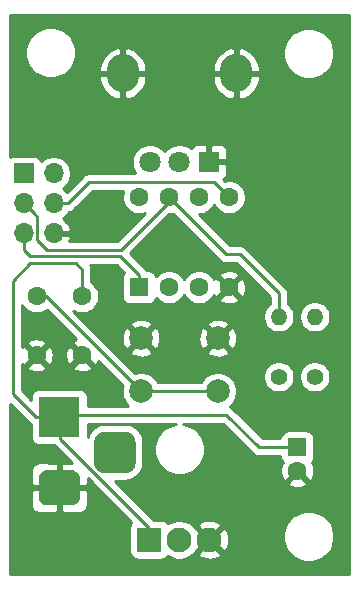
<source format=gtl>
G04 #@! TF.GenerationSoftware,KiCad,Pcbnew,5.1.5-52549c5~86~ubuntu19.04.1*
G04 #@! TF.CreationDate,2020-05-05T22:36:46+02:00*
G04 #@! TF.ProjectId,NotSoTinyDimmer,4e6f7453-6f54-4696-9e79-44696d6d6572,1.3.3*
G04 #@! TF.SameCoordinates,Original*
G04 #@! TF.FileFunction,Copper,L1,Top*
G04 #@! TF.FilePolarity,Positive*
%FSLAX46Y46*%
G04 Gerber Fmt 4.6, Leading zero omitted, Abs format (unit mm)*
G04 Created by KiCad (PCBNEW 5.1.5-52549c5~86~ubuntu19.04.1) date 2020-05-05 22:36:46*
%MOMM*%
%LPD*%
G04 APERTURE LIST*
%ADD10O,2.720000X3.240000*%
%ADD11C,1.800000*%
%ADD12R,1.800000X1.800000*%
%ADD13R,1.600000X1.600000*%
%ADD14C,1.600000*%
%ADD15C,0.100000*%
%ADD16R,3.500000X3.500000*%
%ADD17O,1.400000X1.400000*%
%ADD18C,1.400000*%
%ADD19C,2.100000*%
%ADD20R,2.100000X2.100000*%
%ADD21R,1.700000X1.700000*%
%ADD22O,1.700000X1.700000*%
%ADD23C,2.000000*%
%ADD24C,0.250000*%
%ADD25C,0.254000*%
G04 APERTURE END LIST*
D10*
X154128000Y-73589500D03*
X144528000Y-73589500D03*
D11*
X146828000Y-81089500D03*
X149328000Y-81089500D03*
D12*
X151828000Y-81089500D03*
D13*
X159308800Y-105257600D03*
D14*
X159308800Y-107257600D03*
X141098000Y-92468500D03*
X141098000Y-97468500D03*
X137228000Y-92468500D03*
X137228000Y-97468500D03*
G04 #@! TA.AperFunction,ComponentPad*
D15*
G36*
X144823765Y-103924213D02*
G01*
X144908704Y-103936813D01*
X144991999Y-103957677D01*
X145072848Y-103986605D01*
X145150472Y-104023319D01*
X145224124Y-104067464D01*
X145293094Y-104118616D01*
X145356718Y-104176282D01*
X145414384Y-104239906D01*
X145465536Y-104308876D01*
X145509681Y-104382528D01*
X145546395Y-104460152D01*
X145575323Y-104541001D01*
X145596187Y-104624296D01*
X145608787Y-104709235D01*
X145613000Y-104795000D01*
X145613000Y-106545000D01*
X145608787Y-106630765D01*
X145596187Y-106715704D01*
X145575323Y-106798999D01*
X145546395Y-106879848D01*
X145509681Y-106957472D01*
X145465536Y-107031124D01*
X145414384Y-107100094D01*
X145356718Y-107163718D01*
X145293094Y-107221384D01*
X145224124Y-107272536D01*
X145150472Y-107316681D01*
X145072848Y-107353395D01*
X144991999Y-107382323D01*
X144908704Y-107403187D01*
X144823765Y-107415787D01*
X144738000Y-107420000D01*
X142988000Y-107420000D01*
X142902235Y-107415787D01*
X142817296Y-107403187D01*
X142734001Y-107382323D01*
X142653152Y-107353395D01*
X142575528Y-107316681D01*
X142501876Y-107272536D01*
X142432906Y-107221384D01*
X142369282Y-107163718D01*
X142311616Y-107100094D01*
X142260464Y-107031124D01*
X142216319Y-106957472D01*
X142179605Y-106879848D01*
X142150677Y-106798999D01*
X142129813Y-106715704D01*
X142117213Y-106630765D01*
X142113000Y-106545000D01*
X142113000Y-104795000D01*
X142117213Y-104709235D01*
X142129813Y-104624296D01*
X142150677Y-104541001D01*
X142179605Y-104460152D01*
X142216319Y-104382528D01*
X142260464Y-104308876D01*
X142311616Y-104239906D01*
X142369282Y-104176282D01*
X142432906Y-104118616D01*
X142501876Y-104067464D01*
X142575528Y-104023319D01*
X142653152Y-103986605D01*
X142734001Y-103957677D01*
X142817296Y-103936813D01*
X142902235Y-103924213D01*
X142988000Y-103920000D01*
X144738000Y-103920000D01*
X144823765Y-103924213D01*
G37*
G04 #@! TD.AperFunction*
G04 #@! TA.AperFunction,ComponentPad*
G36*
X140236513Y-107173611D02*
G01*
X140309318Y-107184411D01*
X140380714Y-107202295D01*
X140450013Y-107227090D01*
X140516548Y-107258559D01*
X140579678Y-107296398D01*
X140638795Y-107340242D01*
X140693330Y-107389670D01*
X140742758Y-107444205D01*
X140786602Y-107503322D01*
X140824441Y-107566452D01*
X140855910Y-107632987D01*
X140880705Y-107702286D01*
X140898589Y-107773682D01*
X140909389Y-107846487D01*
X140913000Y-107920000D01*
X140913000Y-109420000D01*
X140909389Y-109493513D01*
X140898589Y-109566318D01*
X140880705Y-109637714D01*
X140855910Y-109707013D01*
X140824441Y-109773548D01*
X140786602Y-109836678D01*
X140742758Y-109895795D01*
X140693330Y-109950330D01*
X140638795Y-109999758D01*
X140579678Y-110043602D01*
X140516548Y-110081441D01*
X140450013Y-110112910D01*
X140380714Y-110137705D01*
X140309318Y-110155589D01*
X140236513Y-110166389D01*
X140163000Y-110170000D01*
X138163000Y-110170000D01*
X138089487Y-110166389D01*
X138016682Y-110155589D01*
X137945286Y-110137705D01*
X137875987Y-110112910D01*
X137809452Y-110081441D01*
X137746322Y-110043602D01*
X137687205Y-109999758D01*
X137632670Y-109950330D01*
X137583242Y-109895795D01*
X137539398Y-109836678D01*
X137501559Y-109773548D01*
X137470090Y-109707013D01*
X137445295Y-109637714D01*
X137427411Y-109566318D01*
X137416611Y-109493513D01*
X137413000Y-109420000D01*
X137413000Y-107920000D01*
X137416611Y-107846487D01*
X137427411Y-107773682D01*
X137445295Y-107702286D01*
X137470090Y-107632987D01*
X137501559Y-107566452D01*
X137539398Y-107503322D01*
X137583242Y-107444205D01*
X137632670Y-107389670D01*
X137687205Y-107340242D01*
X137746322Y-107296398D01*
X137809452Y-107258559D01*
X137875987Y-107227090D01*
X137945286Y-107202295D01*
X138016682Y-107184411D01*
X138089487Y-107173611D01*
X138163000Y-107170000D01*
X140163000Y-107170000D01*
X140236513Y-107173611D01*
G37*
G04 #@! TD.AperFunction*
D16*
X139163000Y-102670000D03*
D17*
X160782000Y-94188500D03*
D18*
X160782000Y-99268500D03*
D17*
X157734000Y-94188500D03*
D18*
X157734000Y-99268500D03*
D13*
X145897600Y-91694000D03*
D14*
X148437600Y-91694000D03*
X150977600Y-91694000D03*
X153517600Y-91694000D03*
X153517600Y-84074000D03*
X150977600Y-84074000D03*
X148437600Y-84074000D03*
X145897600Y-84074000D03*
D19*
X151866500Y-113068100D03*
X149326500Y-113068100D03*
D20*
X146786500Y-113068100D03*
D21*
X136128000Y-82054700D03*
D22*
X138668000Y-82054700D03*
X136128000Y-84594700D03*
X138668000Y-84594700D03*
X136128000Y-87134700D03*
X138668000Y-87134700D03*
D23*
X146078000Y-96007800D03*
X146078000Y-100507800D03*
X152578000Y-96007800D03*
X152578000Y-100507800D03*
D24*
X156057600Y-105257600D02*
X153301700Y-102501700D01*
X159308800Y-105257600D02*
X156057600Y-105257600D01*
X139242800Y-102501700D02*
X139242800Y-104501700D01*
X153301700Y-102501700D02*
X139242800Y-102501700D01*
X146786500Y-112045400D02*
X146786500Y-113068100D01*
X139242800Y-104501700D02*
X146786500Y-112045400D01*
X137163000Y-102670000D02*
X135204200Y-100711200D01*
X139163000Y-102670000D02*
X137163000Y-102670000D01*
X135204200Y-100711200D02*
X135204200Y-91135200D01*
X135204200Y-91135200D02*
X136677400Y-89662000D01*
X141098000Y-92468500D02*
X141098000Y-90221800D01*
X140538200Y-89662000D02*
X136677400Y-89662000D01*
X141098000Y-90221800D02*
X140538200Y-89662000D01*
X151163787Y-100507800D02*
X146078000Y-100507800D01*
X152578000Y-100507800D02*
X151163787Y-100507800D01*
X138038700Y-92468500D02*
X137228000Y-92468500D01*
X146078000Y-100507800D02*
X138038700Y-92468500D01*
X139870081Y-84594700D02*
X141686181Y-82778600D01*
X138668000Y-84594700D02*
X139870081Y-84594700D01*
X152222200Y-82778600D02*
X153517600Y-84074000D01*
X141686181Y-82778600D02*
X152222200Y-82778600D01*
X157734000Y-94188500D02*
X157734000Y-92202000D01*
X157734000Y-92202000D02*
X154432000Y-88900000D01*
X154432000Y-88900000D02*
X153263600Y-88900000D01*
X153263600Y-88900000D02*
X148437600Y-84074000D01*
X136977999Y-85444699D02*
X136128000Y-84594700D01*
X137303001Y-85769701D02*
X136977999Y-85444699D01*
X148437600Y-84455000D02*
X144373600Y-88519000D01*
X148437600Y-84074000D02*
X148437600Y-84455000D01*
X144373600Y-88519000D02*
X138099800Y-88519000D01*
X138099800Y-88519000D02*
X137303001Y-87722201D01*
X137303001Y-87722201D02*
X137303001Y-85769701D01*
X136128000Y-87134700D02*
X136128000Y-88503000D01*
X136128000Y-88503000D02*
X136702800Y-89077800D01*
X145897600Y-90644000D02*
X145897600Y-91694000D01*
X144331400Y-89077800D02*
X145897600Y-90644000D01*
X136702800Y-89077800D02*
X144331400Y-89077800D01*
D25*
G36*
X163668001Y-116010000D02*
G01*
X134988000Y-116010000D01*
X134988000Y-110170000D01*
X136774928Y-110170000D01*
X136787188Y-110294482D01*
X136823498Y-110414180D01*
X136882463Y-110524494D01*
X136961815Y-110621185D01*
X137058506Y-110700537D01*
X137168820Y-110759502D01*
X137288518Y-110795812D01*
X137413000Y-110808072D01*
X138877250Y-110805000D01*
X139036000Y-110646250D01*
X139036000Y-108797000D01*
X139290000Y-108797000D01*
X139290000Y-110646250D01*
X139448750Y-110805000D01*
X140913000Y-110808072D01*
X141037482Y-110795812D01*
X141157180Y-110759502D01*
X141267494Y-110700537D01*
X141364185Y-110621185D01*
X141443537Y-110524494D01*
X141502502Y-110414180D01*
X141538812Y-110294482D01*
X141551072Y-110170000D01*
X141548000Y-108955750D01*
X141389250Y-108797000D01*
X139290000Y-108797000D01*
X139036000Y-108797000D01*
X136936750Y-108797000D01*
X136778000Y-108955750D01*
X136774928Y-110170000D01*
X134988000Y-110170000D01*
X134988000Y-107170000D01*
X136774928Y-107170000D01*
X136778000Y-108384250D01*
X136936750Y-108543000D01*
X139036000Y-108543000D01*
X139036000Y-106693750D01*
X138877250Y-106535000D01*
X137413000Y-106531928D01*
X137288518Y-106544188D01*
X137168820Y-106580498D01*
X137058506Y-106639463D01*
X136961815Y-106718815D01*
X136882463Y-106815506D01*
X136823498Y-106925820D01*
X136787188Y-107045518D01*
X136774928Y-107170000D01*
X134988000Y-107170000D01*
X134988000Y-101569801D01*
X136599201Y-103181003D01*
X136622999Y-103210001D01*
X136651997Y-103233799D01*
X136738724Y-103304974D01*
X136774928Y-103324326D01*
X136774928Y-104420000D01*
X136787188Y-104544482D01*
X136823498Y-104664180D01*
X136882463Y-104774494D01*
X136961815Y-104871185D01*
X137058506Y-104950537D01*
X137168820Y-105009502D01*
X137288518Y-105045812D01*
X137413000Y-105058072D01*
X138722748Y-105058072D01*
X138731798Y-105065499D01*
X140199723Y-106533424D01*
X139448750Y-106535000D01*
X139290000Y-106693750D01*
X139290000Y-108543000D01*
X141389250Y-108543000D01*
X141548000Y-108384250D01*
X141549268Y-107882970D01*
X145261830Y-111595532D01*
X145205963Y-111663606D01*
X145146998Y-111773920D01*
X145110688Y-111893618D01*
X145098428Y-112018100D01*
X145098428Y-114118100D01*
X145110688Y-114242582D01*
X145146998Y-114362280D01*
X145205963Y-114472594D01*
X145285315Y-114569285D01*
X145382006Y-114648637D01*
X145492320Y-114707602D01*
X145612018Y-114743912D01*
X145736500Y-114756172D01*
X147836500Y-114756172D01*
X147960982Y-114743912D01*
X148080680Y-114707602D01*
X148190994Y-114648637D01*
X148287685Y-114569285D01*
X148367037Y-114472594D01*
X148374542Y-114458554D01*
X148528353Y-114561328D01*
X148835004Y-114688346D01*
X149160542Y-114753100D01*
X149492458Y-114753100D01*
X149817996Y-114688346D01*
X150124647Y-114561328D01*
X150400625Y-114376925D01*
X150538384Y-114239166D01*
X150875039Y-114239166D01*
X150976839Y-114508679D01*
X151274977Y-114654563D01*
X151595846Y-114739480D01*
X151927117Y-114760166D01*
X152256057Y-114715828D01*
X152570027Y-114608169D01*
X152756161Y-114508679D01*
X152857961Y-114239166D01*
X151866500Y-113247705D01*
X150875039Y-114239166D01*
X150538384Y-114239166D01*
X150635325Y-114142225D01*
X150691542Y-114058091D01*
X150695434Y-114059561D01*
X151686895Y-113068100D01*
X152046105Y-113068100D01*
X153037566Y-114059561D01*
X153307079Y-113957761D01*
X153452963Y-113659623D01*
X153537880Y-113338754D01*
X153558566Y-113007483D01*
X153514228Y-112678543D01*
X153479178Y-112576323D01*
X158112497Y-112576323D01*
X158112497Y-113003677D01*
X158195870Y-113422821D01*
X158359412Y-113817645D01*
X158596837Y-114172977D01*
X158899023Y-114475163D01*
X159254355Y-114712588D01*
X159649179Y-114876130D01*
X160068323Y-114959503D01*
X160495677Y-114959503D01*
X160914821Y-114876130D01*
X161309645Y-114712588D01*
X161664977Y-114475163D01*
X161967163Y-114172977D01*
X162204588Y-113817645D01*
X162368130Y-113422821D01*
X162451503Y-113003677D01*
X162451503Y-112576323D01*
X162368130Y-112157179D01*
X162204588Y-111762355D01*
X161967163Y-111407023D01*
X161664977Y-111104837D01*
X161309645Y-110867412D01*
X160914821Y-110703870D01*
X160495677Y-110620497D01*
X160068323Y-110620497D01*
X159649179Y-110703870D01*
X159254355Y-110867412D01*
X158899023Y-111104837D01*
X158596837Y-111407023D01*
X158359412Y-111762355D01*
X158195870Y-112157179D01*
X158112497Y-112576323D01*
X153479178Y-112576323D01*
X153406569Y-112364573D01*
X153307079Y-112178439D01*
X153037566Y-112076639D01*
X152046105Y-113068100D01*
X151686895Y-113068100D01*
X150695434Y-112076639D01*
X150691542Y-112078109D01*
X150635325Y-111993975D01*
X150538384Y-111897034D01*
X150875039Y-111897034D01*
X151866500Y-112888495D01*
X152857961Y-111897034D01*
X152756161Y-111627521D01*
X152458023Y-111481637D01*
X152137154Y-111396720D01*
X151805883Y-111376034D01*
X151476943Y-111420372D01*
X151162973Y-111528031D01*
X150976839Y-111627521D01*
X150875039Y-111897034D01*
X150538384Y-111897034D01*
X150400625Y-111759275D01*
X150124647Y-111574872D01*
X149817996Y-111447854D01*
X149492458Y-111383100D01*
X149160542Y-111383100D01*
X148835004Y-111447854D01*
X148528353Y-111574872D01*
X148374542Y-111677646D01*
X148367037Y-111663606D01*
X148287685Y-111566915D01*
X148190994Y-111487563D01*
X148080680Y-111428598D01*
X147960982Y-111392288D01*
X147836500Y-111380028D01*
X147195930Y-111380028D01*
X144066204Y-108250302D01*
X158495703Y-108250302D01*
X158567286Y-108494271D01*
X158822796Y-108615171D01*
X159096984Y-108683900D01*
X159379312Y-108697817D01*
X159658930Y-108656387D01*
X159925092Y-108561203D01*
X160050314Y-108494271D01*
X160121897Y-108250302D01*
X159308800Y-107437205D01*
X158495703Y-108250302D01*
X144066204Y-108250302D01*
X143873974Y-108058072D01*
X144738000Y-108058072D01*
X145033186Y-108028999D01*
X145317028Y-107942896D01*
X145578618Y-107803073D01*
X145807903Y-107614903D01*
X145996073Y-107385618D01*
X146135896Y-107124028D01*
X146221999Y-106840186D01*
X146251072Y-106545000D01*
X146251072Y-104795000D01*
X146221999Y-104499814D01*
X146135896Y-104215972D01*
X145996073Y-103954382D01*
X145807903Y-103725097D01*
X145578618Y-103536927D01*
X145317028Y-103397104D01*
X145033186Y-103311001D01*
X144738000Y-103281928D01*
X142988000Y-103281928D01*
X142692814Y-103311001D01*
X142408972Y-103397104D01*
X142147382Y-103536927D01*
X141918097Y-103725097D01*
X141729927Y-103954382D01*
X141590104Y-104215972D01*
X141551072Y-104344643D01*
X141551072Y-103261700D01*
X149007728Y-103261700D01*
X148695179Y-103323870D01*
X148300355Y-103487412D01*
X147945023Y-103724837D01*
X147642837Y-104027023D01*
X147405412Y-104382355D01*
X147241870Y-104777179D01*
X147158497Y-105196323D01*
X147158497Y-105623677D01*
X147241870Y-106042821D01*
X147405412Y-106437645D01*
X147642837Y-106792977D01*
X147945023Y-107095163D01*
X148300355Y-107332588D01*
X148695179Y-107496130D01*
X149114323Y-107579503D01*
X149541677Y-107579503D01*
X149960821Y-107496130D01*
X150355645Y-107332588D01*
X150710977Y-107095163D01*
X151013163Y-106792977D01*
X151250588Y-106437645D01*
X151414130Y-106042821D01*
X151497503Y-105623677D01*
X151497503Y-105196323D01*
X151414130Y-104777179D01*
X151250588Y-104382355D01*
X151013163Y-104027023D01*
X150710977Y-103724837D01*
X150355645Y-103487412D01*
X149960821Y-103323870D01*
X149648272Y-103261700D01*
X152986899Y-103261700D01*
X155493801Y-105768603D01*
X155517599Y-105797601D01*
X155546597Y-105821399D01*
X155633323Y-105892574D01*
X155727457Y-105942890D01*
X155765353Y-105963146D01*
X155908614Y-106006603D01*
X156020267Y-106017600D01*
X156020276Y-106017600D01*
X156057599Y-106021276D01*
X156094922Y-106017600D01*
X157870728Y-106017600D01*
X157870728Y-106057600D01*
X157882988Y-106182082D01*
X157919298Y-106301780D01*
X157978263Y-106412094D01*
X158057615Y-106508785D01*
X158070558Y-106519407D01*
X157951229Y-106771596D01*
X157882500Y-107045784D01*
X157868583Y-107328112D01*
X157910013Y-107607730D01*
X158005197Y-107873892D01*
X158072129Y-107999114D01*
X158316098Y-108070697D01*
X159129195Y-107257600D01*
X159115053Y-107243458D01*
X159294658Y-107063853D01*
X159308800Y-107077995D01*
X159322943Y-107063853D01*
X159502548Y-107243458D01*
X159488405Y-107257600D01*
X160301502Y-108070697D01*
X160545471Y-107999114D01*
X160666371Y-107743604D01*
X160735100Y-107469416D01*
X160749017Y-107187088D01*
X160707587Y-106907470D01*
X160612403Y-106641308D01*
X160547184Y-106519291D01*
X160559985Y-106508785D01*
X160639337Y-106412094D01*
X160698302Y-106301780D01*
X160734612Y-106182082D01*
X160746872Y-106057600D01*
X160746872Y-104457600D01*
X160734612Y-104333118D01*
X160698302Y-104213420D01*
X160639337Y-104103106D01*
X160559985Y-104006415D01*
X160463294Y-103927063D01*
X160352980Y-103868098D01*
X160233282Y-103831788D01*
X160108800Y-103819528D01*
X158508800Y-103819528D01*
X158384318Y-103831788D01*
X158264620Y-103868098D01*
X158154306Y-103927063D01*
X158057615Y-104006415D01*
X157978263Y-104103106D01*
X157919298Y-104213420D01*
X157882988Y-104333118D01*
X157870728Y-104457600D01*
X157870728Y-104497600D01*
X156372402Y-104497600D01*
X153865504Y-101990703D01*
X153841701Y-101961699D01*
X153725976Y-101866726D01*
X153593947Y-101796154D01*
X153593133Y-101795907D01*
X153620252Y-101777787D01*
X153847987Y-101550052D01*
X154026918Y-101282263D01*
X154150168Y-100984712D01*
X154213000Y-100668833D01*
X154213000Y-100346767D01*
X154150168Y-100030888D01*
X154026918Y-99733337D01*
X153847987Y-99465548D01*
X153620252Y-99237813D01*
X153469396Y-99137014D01*
X156399000Y-99137014D01*
X156399000Y-99399986D01*
X156450304Y-99657905D01*
X156550939Y-99900859D01*
X156697038Y-100119513D01*
X156882987Y-100305462D01*
X157101641Y-100451561D01*
X157344595Y-100552196D01*
X157602514Y-100603500D01*
X157865486Y-100603500D01*
X158123405Y-100552196D01*
X158366359Y-100451561D01*
X158585013Y-100305462D01*
X158770962Y-100119513D01*
X158917061Y-99900859D01*
X159017696Y-99657905D01*
X159069000Y-99399986D01*
X159069000Y-99137014D01*
X159447000Y-99137014D01*
X159447000Y-99399986D01*
X159498304Y-99657905D01*
X159598939Y-99900859D01*
X159745038Y-100119513D01*
X159930987Y-100305462D01*
X160149641Y-100451561D01*
X160392595Y-100552196D01*
X160650514Y-100603500D01*
X160913486Y-100603500D01*
X161171405Y-100552196D01*
X161414359Y-100451561D01*
X161633013Y-100305462D01*
X161818962Y-100119513D01*
X161965061Y-99900859D01*
X162065696Y-99657905D01*
X162117000Y-99399986D01*
X162117000Y-99137014D01*
X162065696Y-98879095D01*
X161965061Y-98636141D01*
X161818962Y-98417487D01*
X161633013Y-98231538D01*
X161414359Y-98085439D01*
X161171405Y-97984804D01*
X160913486Y-97933500D01*
X160650514Y-97933500D01*
X160392595Y-97984804D01*
X160149641Y-98085439D01*
X159930987Y-98231538D01*
X159745038Y-98417487D01*
X159598939Y-98636141D01*
X159498304Y-98879095D01*
X159447000Y-99137014D01*
X159069000Y-99137014D01*
X159017696Y-98879095D01*
X158917061Y-98636141D01*
X158770962Y-98417487D01*
X158585013Y-98231538D01*
X158366359Y-98085439D01*
X158123405Y-97984804D01*
X157865486Y-97933500D01*
X157602514Y-97933500D01*
X157344595Y-97984804D01*
X157101641Y-98085439D01*
X156882987Y-98231538D01*
X156697038Y-98417487D01*
X156550939Y-98636141D01*
X156450304Y-98879095D01*
X156399000Y-99137014D01*
X153469396Y-99137014D01*
X153352463Y-99058882D01*
X153054912Y-98935632D01*
X152739033Y-98872800D01*
X152416967Y-98872800D01*
X152101088Y-98935632D01*
X151803537Y-99058882D01*
X151535748Y-99237813D01*
X151308013Y-99465548D01*
X151129082Y-99733337D01*
X151123091Y-99747800D01*
X147532909Y-99747800D01*
X147526918Y-99733337D01*
X147347987Y-99465548D01*
X147120252Y-99237813D01*
X146852463Y-99058882D01*
X146554912Y-98935632D01*
X146239033Y-98872800D01*
X145916967Y-98872800D01*
X145601088Y-98935632D01*
X145586625Y-98941623D01*
X143788215Y-97143213D01*
X145122192Y-97143213D01*
X145217956Y-97407614D01*
X145507571Y-97548504D01*
X145819108Y-97630184D01*
X146140595Y-97649518D01*
X146459675Y-97605761D01*
X146764088Y-97500595D01*
X146938044Y-97407614D01*
X147033808Y-97143213D01*
X151622192Y-97143213D01*
X151717956Y-97407614D01*
X152007571Y-97548504D01*
X152319108Y-97630184D01*
X152640595Y-97649518D01*
X152959675Y-97605761D01*
X153264088Y-97500595D01*
X153438044Y-97407614D01*
X153533808Y-97143213D01*
X152578000Y-96187405D01*
X151622192Y-97143213D01*
X147033808Y-97143213D01*
X146078000Y-96187405D01*
X145122192Y-97143213D01*
X143788215Y-97143213D01*
X142715397Y-96070395D01*
X144436282Y-96070395D01*
X144480039Y-96389475D01*
X144585205Y-96693888D01*
X144678186Y-96867844D01*
X144942587Y-96963608D01*
X145898395Y-96007800D01*
X146257605Y-96007800D01*
X147213413Y-96963608D01*
X147477814Y-96867844D01*
X147618704Y-96578229D01*
X147700384Y-96266692D01*
X147712189Y-96070395D01*
X150936282Y-96070395D01*
X150980039Y-96389475D01*
X151085205Y-96693888D01*
X151178186Y-96867844D01*
X151442587Y-96963608D01*
X152398395Y-96007800D01*
X152757605Y-96007800D01*
X153713413Y-96963608D01*
X153977814Y-96867844D01*
X154118704Y-96578229D01*
X154200384Y-96266692D01*
X154219718Y-95945205D01*
X154175961Y-95626125D01*
X154070795Y-95321712D01*
X153977814Y-95147756D01*
X153713413Y-95051992D01*
X152757605Y-96007800D01*
X152398395Y-96007800D01*
X151442587Y-95051992D01*
X151178186Y-95147756D01*
X151037296Y-95437371D01*
X150955616Y-95748908D01*
X150936282Y-96070395D01*
X147712189Y-96070395D01*
X147719718Y-95945205D01*
X147675961Y-95626125D01*
X147570795Y-95321712D01*
X147477814Y-95147756D01*
X147213413Y-95051992D01*
X146257605Y-96007800D01*
X145898395Y-96007800D01*
X144942587Y-95051992D01*
X144678186Y-95147756D01*
X144537296Y-95437371D01*
X144455616Y-95748908D01*
X144436282Y-96070395D01*
X142715397Y-96070395D01*
X141517389Y-94872387D01*
X145122192Y-94872387D01*
X146078000Y-95828195D01*
X147033808Y-94872387D01*
X151622192Y-94872387D01*
X152578000Y-95828195D01*
X153533808Y-94872387D01*
X153438044Y-94607986D01*
X153148429Y-94467096D01*
X152836892Y-94385416D01*
X152515405Y-94366082D01*
X152196325Y-94409839D01*
X151891912Y-94515005D01*
X151717956Y-94607986D01*
X151622192Y-94872387D01*
X147033808Y-94872387D01*
X146938044Y-94607986D01*
X146648429Y-94467096D01*
X146336892Y-94385416D01*
X146015405Y-94366082D01*
X145696325Y-94409839D01*
X145391912Y-94515005D01*
X145217956Y-94607986D01*
X145122192Y-94872387D01*
X141517389Y-94872387D01*
X140318546Y-93673545D01*
X140418273Y-93740180D01*
X140679426Y-93848353D01*
X140956665Y-93903500D01*
X141239335Y-93903500D01*
X141516574Y-93848353D01*
X141777727Y-93740180D01*
X142012759Y-93583137D01*
X142212637Y-93383259D01*
X142369680Y-93148227D01*
X142477853Y-92887074D01*
X142533000Y-92609835D01*
X142533000Y-92327165D01*
X142477853Y-92049926D01*
X142369680Y-91788773D01*
X142212637Y-91553741D01*
X142012759Y-91353863D01*
X141858000Y-91250457D01*
X141858000Y-90259125D01*
X141861676Y-90221800D01*
X141858000Y-90184475D01*
X141858000Y-90184467D01*
X141847003Y-90072814D01*
X141803546Y-89929553D01*
X141754502Y-89837800D01*
X144016599Y-89837800D01*
X144635236Y-90456437D01*
X144567063Y-90539506D01*
X144508098Y-90649820D01*
X144471788Y-90769518D01*
X144459528Y-90894000D01*
X144459528Y-92494000D01*
X144471788Y-92618482D01*
X144508098Y-92738180D01*
X144567063Y-92848494D01*
X144646415Y-92945185D01*
X144743106Y-93024537D01*
X144853420Y-93083502D01*
X144973118Y-93119812D01*
X145097600Y-93132072D01*
X146697600Y-93132072D01*
X146822082Y-93119812D01*
X146941780Y-93083502D01*
X147052094Y-93024537D01*
X147148785Y-92945185D01*
X147228137Y-92848494D01*
X147287102Y-92738180D01*
X147323412Y-92618482D01*
X147324243Y-92610039D01*
X147522841Y-92808637D01*
X147757873Y-92965680D01*
X148019026Y-93073853D01*
X148296265Y-93129000D01*
X148578935Y-93129000D01*
X148856174Y-93073853D01*
X149117327Y-92965680D01*
X149352359Y-92808637D01*
X149552237Y-92608759D01*
X149707600Y-92376241D01*
X149862963Y-92608759D01*
X150062841Y-92808637D01*
X150297873Y-92965680D01*
X150559026Y-93073853D01*
X150836265Y-93129000D01*
X151118935Y-93129000D01*
X151396174Y-93073853D01*
X151657327Y-92965680D01*
X151892359Y-92808637D01*
X152014294Y-92686702D01*
X152704503Y-92686702D01*
X152776086Y-92930671D01*
X153031596Y-93051571D01*
X153305784Y-93120300D01*
X153588112Y-93134217D01*
X153867730Y-93092787D01*
X154133892Y-92997603D01*
X154259114Y-92930671D01*
X154330697Y-92686702D01*
X153517600Y-91873605D01*
X152704503Y-92686702D01*
X152014294Y-92686702D01*
X152092237Y-92608759D01*
X152248515Y-92374872D01*
X152280929Y-92435514D01*
X152524898Y-92507097D01*
X153337995Y-91694000D01*
X153697205Y-91694000D01*
X154510302Y-92507097D01*
X154754271Y-92435514D01*
X154875171Y-92180004D01*
X154943900Y-91905816D01*
X154957817Y-91623488D01*
X154916387Y-91343870D01*
X154821203Y-91077708D01*
X154754271Y-90952486D01*
X154510302Y-90880903D01*
X153697205Y-91694000D01*
X153337995Y-91694000D01*
X152524898Y-90880903D01*
X152280929Y-90952486D01*
X152250406Y-91016992D01*
X152249280Y-91014273D01*
X152092237Y-90779241D01*
X152014294Y-90701298D01*
X152704503Y-90701298D01*
X153517600Y-91514395D01*
X154330697Y-90701298D01*
X154259114Y-90457329D01*
X154003604Y-90336429D01*
X153729416Y-90267700D01*
X153447088Y-90253783D01*
X153167470Y-90295213D01*
X152901308Y-90390397D01*
X152776086Y-90457329D01*
X152704503Y-90701298D01*
X152014294Y-90701298D01*
X151892359Y-90579363D01*
X151657327Y-90422320D01*
X151396174Y-90314147D01*
X151118935Y-90259000D01*
X150836265Y-90259000D01*
X150559026Y-90314147D01*
X150297873Y-90422320D01*
X150062841Y-90579363D01*
X149862963Y-90779241D01*
X149707600Y-91011759D01*
X149552237Y-90779241D01*
X149352359Y-90579363D01*
X149117327Y-90422320D01*
X148856174Y-90314147D01*
X148578935Y-90259000D01*
X148296265Y-90259000D01*
X148019026Y-90314147D01*
X147757873Y-90422320D01*
X147522841Y-90579363D01*
X147324243Y-90777961D01*
X147323412Y-90769518D01*
X147287102Y-90649820D01*
X147228137Y-90539506D01*
X147148785Y-90442815D01*
X147052094Y-90363463D01*
X146941780Y-90304498D01*
X146822082Y-90268188D01*
X146697600Y-90255928D01*
X146551926Y-90255928D01*
X146532574Y-90219724D01*
X146437601Y-90103999D01*
X146408604Y-90080202D01*
X145147901Y-88819500D01*
X148458402Y-85509000D01*
X148578935Y-85509000D01*
X148761487Y-85472688D01*
X152699800Y-89411002D01*
X152723599Y-89440001D01*
X152839324Y-89534974D01*
X152971353Y-89605546D01*
X153114614Y-89649003D01*
X153226267Y-89660000D01*
X153226275Y-89660000D01*
X153263600Y-89663676D01*
X153300925Y-89660000D01*
X154117199Y-89660000D01*
X156974001Y-92516803D01*
X156974001Y-93090725D01*
X156882987Y-93151538D01*
X156697038Y-93337487D01*
X156550939Y-93556141D01*
X156450304Y-93799095D01*
X156399000Y-94057014D01*
X156399000Y-94319986D01*
X156450304Y-94577905D01*
X156550939Y-94820859D01*
X156697038Y-95039513D01*
X156882987Y-95225462D01*
X157101641Y-95371561D01*
X157344595Y-95472196D01*
X157602514Y-95523500D01*
X157865486Y-95523500D01*
X158123405Y-95472196D01*
X158366359Y-95371561D01*
X158585013Y-95225462D01*
X158770962Y-95039513D01*
X158917061Y-94820859D01*
X159017696Y-94577905D01*
X159069000Y-94319986D01*
X159069000Y-94057014D01*
X159447000Y-94057014D01*
X159447000Y-94319986D01*
X159498304Y-94577905D01*
X159598939Y-94820859D01*
X159745038Y-95039513D01*
X159930987Y-95225462D01*
X160149641Y-95371561D01*
X160392595Y-95472196D01*
X160650514Y-95523500D01*
X160913486Y-95523500D01*
X161171405Y-95472196D01*
X161414359Y-95371561D01*
X161633013Y-95225462D01*
X161818962Y-95039513D01*
X161965061Y-94820859D01*
X162065696Y-94577905D01*
X162117000Y-94319986D01*
X162117000Y-94057014D01*
X162065696Y-93799095D01*
X161965061Y-93556141D01*
X161818962Y-93337487D01*
X161633013Y-93151538D01*
X161414359Y-93005439D01*
X161171405Y-92904804D01*
X160913486Y-92853500D01*
X160650514Y-92853500D01*
X160392595Y-92904804D01*
X160149641Y-93005439D01*
X159930987Y-93151538D01*
X159745038Y-93337487D01*
X159598939Y-93556141D01*
X159498304Y-93799095D01*
X159447000Y-94057014D01*
X159069000Y-94057014D01*
X159017696Y-93799095D01*
X158917061Y-93556141D01*
X158770962Y-93337487D01*
X158585013Y-93151538D01*
X158494000Y-93090725D01*
X158494000Y-92239322D01*
X158497676Y-92201999D01*
X158494000Y-92164676D01*
X158494000Y-92164667D01*
X158483003Y-92053014D01*
X158439546Y-91909753D01*
X158368974Y-91777724D01*
X158274001Y-91661999D01*
X158245003Y-91638201D01*
X154995804Y-88389003D01*
X154972001Y-88359999D01*
X154856276Y-88265026D01*
X154724247Y-88194454D01*
X154580986Y-88150997D01*
X154469333Y-88140000D01*
X154469322Y-88140000D01*
X154432000Y-88136324D01*
X154394678Y-88140000D01*
X153578402Y-88140000D01*
X150947401Y-85509000D01*
X151118935Y-85509000D01*
X151396174Y-85453853D01*
X151657327Y-85345680D01*
X151892359Y-85188637D01*
X152092237Y-84988759D01*
X152247600Y-84756241D01*
X152402963Y-84988759D01*
X152602841Y-85188637D01*
X152837873Y-85345680D01*
X153099026Y-85453853D01*
X153376265Y-85509000D01*
X153658935Y-85509000D01*
X153936174Y-85453853D01*
X154197327Y-85345680D01*
X154432359Y-85188637D01*
X154632237Y-84988759D01*
X154789280Y-84753727D01*
X154897453Y-84492574D01*
X154952600Y-84215335D01*
X154952600Y-83932665D01*
X154897453Y-83655426D01*
X154789280Y-83394273D01*
X154632237Y-83159241D01*
X154432359Y-82959363D01*
X154197327Y-82802320D01*
X153936174Y-82694147D01*
X153658935Y-82639000D01*
X153376265Y-82639000D01*
X153193714Y-82675312D01*
X153053784Y-82535383D01*
X153082494Y-82520037D01*
X153179185Y-82440685D01*
X153258537Y-82343994D01*
X153317502Y-82233680D01*
X153353812Y-82113982D01*
X153366072Y-81989500D01*
X153363000Y-81375250D01*
X153204250Y-81216500D01*
X151955000Y-81216500D01*
X151955000Y-81236500D01*
X151701000Y-81236500D01*
X151701000Y-81216500D01*
X151681000Y-81216500D01*
X151681000Y-80962500D01*
X151701000Y-80962500D01*
X151701000Y-79713250D01*
X151955000Y-79713250D01*
X151955000Y-80962500D01*
X153204250Y-80962500D01*
X153363000Y-80803750D01*
X153366072Y-80189500D01*
X153353812Y-80065018D01*
X153317502Y-79945320D01*
X153258537Y-79835006D01*
X153179185Y-79738315D01*
X153082494Y-79658963D01*
X152972180Y-79599998D01*
X152852482Y-79563688D01*
X152728000Y-79551428D01*
X152113750Y-79554500D01*
X151955000Y-79713250D01*
X151701000Y-79713250D01*
X151542250Y-79554500D01*
X150928000Y-79551428D01*
X150803518Y-79563688D01*
X150683820Y-79599998D01*
X150573506Y-79658963D01*
X150476815Y-79738315D01*
X150397463Y-79835006D01*
X150344120Y-79934803D01*
X150306505Y-79897188D01*
X150055095Y-79729201D01*
X149775743Y-79613489D01*
X149479184Y-79554500D01*
X149176816Y-79554500D01*
X148880257Y-79613489D01*
X148600905Y-79729201D01*
X148349495Y-79897188D01*
X148135688Y-80110995D01*
X148078000Y-80197331D01*
X148020312Y-80110995D01*
X147806505Y-79897188D01*
X147555095Y-79729201D01*
X147275743Y-79613489D01*
X146979184Y-79554500D01*
X146676816Y-79554500D01*
X146380257Y-79613489D01*
X146100905Y-79729201D01*
X145849495Y-79897188D01*
X145635688Y-80110995D01*
X145467701Y-80362405D01*
X145351989Y-80641757D01*
X145293000Y-80938316D01*
X145293000Y-81240684D01*
X145351989Y-81537243D01*
X145467701Y-81816595D01*
X145602677Y-82018600D01*
X141723503Y-82018600D01*
X141686180Y-82014924D01*
X141648857Y-82018600D01*
X141648848Y-82018600D01*
X141537195Y-82029597D01*
X141393934Y-82073054D01*
X141261905Y-82143626D01*
X141146180Y-82238599D01*
X141122382Y-82267597D01*
X139781693Y-83608286D01*
X139614632Y-83441225D01*
X139440240Y-83324700D01*
X139614632Y-83208175D01*
X139821475Y-83001332D01*
X139983990Y-82758111D01*
X140095932Y-82487858D01*
X140153000Y-82200960D01*
X140153000Y-81908440D01*
X140095932Y-81621542D01*
X139983990Y-81351289D01*
X139821475Y-81108068D01*
X139614632Y-80901225D01*
X139371411Y-80738710D01*
X139101158Y-80626768D01*
X138814260Y-80569700D01*
X138521740Y-80569700D01*
X138234842Y-80626768D01*
X137964589Y-80738710D01*
X137721368Y-80901225D01*
X137589513Y-81033080D01*
X137567502Y-80960520D01*
X137508537Y-80850206D01*
X137429185Y-80753515D01*
X137332494Y-80674163D01*
X137222180Y-80615198D01*
X137102482Y-80578888D01*
X136978000Y-80566628D01*
X135278000Y-80566628D01*
X135153518Y-80578888D01*
X135033820Y-80615198D01*
X134988000Y-80639690D01*
X134988000Y-71620323D01*
X136260497Y-71620323D01*
X136260497Y-72047677D01*
X136343870Y-72466821D01*
X136507412Y-72861645D01*
X136744837Y-73216977D01*
X137047023Y-73519163D01*
X137402355Y-73756588D01*
X137797179Y-73920130D01*
X138216323Y-74003503D01*
X138643677Y-74003503D01*
X139062821Y-73920130D01*
X139457645Y-73756588D01*
X139517640Y-73716500D01*
X142533000Y-73716500D01*
X142533000Y-73976500D01*
X142596110Y-74363265D01*
X142733461Y-74730286D01*
X142939775Y-75063459D01*
X143207124Y-75349980D01*
X143525233Y-75578839D01*
X143881878Y-75741240D01*
X144091110Y-75796075D01*
X144401000Y-75681353D01*
X144401000Y-73716500D01*
X144655000Y-73716500D01*
X144655000Y-75681353D01*
X144964890Y-75796075D01*
X145174122Y-75741240D01*
X145530767Y-75578839D01*
X145848876Y-75349980D01*
X146116225Y-75063459D01*
X146322539Y-74730286D01*
X146459890Y-74363265D01*
X146523000Y-73976500D01*
X146523000Y-73716500D01*
X152133000Y-73716500D01*
X152133000Y-73976500D01*
X152196110Y-74363265D01*
X152333461Y-74730286D01*
X152539775Y-75063459D01*
X152807124Y-75349980D01*
X153125233Y-75578839D01*
X153481878Y-75741240D01*
X153691110Y-75796075D01*
X154001000Y-75681353D01*
X154001000Y-73716500D01*
X154255000Y-73716500D01*
X154255000Y-75681353D01*
X154564890Y-75796075D01*
X154774122Y-75741240D01*
X155130767Y-75578839D01*
X155448876Y-75349980D01*
X155716225Y-75063459D01*
X155922539Y-74730286D01*
X156059890Y-74363265D01*
X156123000Y-73976500D01*
X156123000Y-73716500D01*
X154255000Y-73716500D01*
X154001000Y-73716500D01*
X152133000Y-73716500D01*
X146523000Y-73716500D01*
X144655000Y-73716500D01*
X144401000Y-73716500D01*
X142533000Y-73716500D01*
X139517640Y-73716500D01*
X139812977Y-73519163D01*
X140115163Y-73216977D01*
X140124836Y-73202500D01*
X142533000Y-73202500D01*
X142533000Y-73462500D01*
X144401000Y-73462500D01*
X144401000Y-71497647D01*
X144655000Y-71497647D01*
X144655000Y-73462500D01*
X146523000Y-73462500D01*
X146523000Y-73202500D01*
X152133000Y-73202500D01*
X152133000Y-73462500D01*
X154001000Y-73462500D01*
X154001000Y-71497647D01*
X154255000Y-71497647D01*
X154255000Y-73462500D01*
X156123000Y-73462500D01*
X156123000Y-73202500D01*
X156059890Y-72815735D01*
X155922539Y-72448714D01*
X155716225Y-72115541D01*
X155448876Y-71829020D01*
X155225511Y-71668323D01*
X158112497Y-71668323D01*
X158112497Y-72095677D01*
X158195870Y-72514821D01*
X158359412Y-72909645D01*
X158596837Y-73264977D01*
X158899023Y-73567163D01*
X159254355Y-73804588D01*
X159649179Y-73968130D01*
X160068323Y-74051503D01*
X160495677Y-74051503D01*
X160914821Y-73968130D01*
X161309645Y-73804588D01*
X161664977Y-73567163D01*
X161967163Y-73264977D01*
X162204588Y-72909645D01*
X162368130Y-72514821D01*
X162451503Y-72095677D01*
X162451503Y-71668323D01*
X162368130Y-71249179D01*
X162204588Y-70854355D01*
X161967163Y-70499023D01*
X161664977Y-70196837D01*
X161309645Y-69959412D01*
X160914821Y-69795870D01*
X160495677Y-69712497D01*
X160068323Y-69712497D01*
X159649179Y-69795870D01*
X159254355Y-69959412D01*
X158899023Y-70196837D01*
X158596837Y-70499023D01*
X158359412Y-70854355D01*
X158195870Y-71249179D01*
X158112497Y-71668323D01*
X155225511Y-71668323D01*
X155130767Y-71600161D01*
X154774122Y-71437760D01*
X154564890Y-71382925D01*
X154255000Y-71497647D01*
X154001000Y-71497647D01*
X153691110Y-71382925D01*
X153481878Y-71437760D01*
X153125233Y-71600161D01*
X152807124Y-71829020D01*
X152539775Y-72115541D01*
X152333461Y-72448714D01*
X152196110Y-72815735D01*
X152133000Y-73202500D01*
X146523000Y-73202500D01*
X146459890Y-72815735D01*
X146322539Y-72448714D01*
X146116225Y-72115541D01*
X145848876Y-71829020D01*
X145530767Y-71600161D01*
X145174122Y-71437760D01*
X144964890Y-71382925D01*
X144655000Y-71497647D01*
X144401000Y-71497647D01*
X144091110Y-71382925D01*
X143881878Y-71437760D01*
X143525233Y-71600161D01*
X143207124Y-71829020D01*
X142939775Y-72115541D01*
X142733461Y-72448714D01*
X142596110Y-72815735D01*
X142533000Y-73202500D01*
X140124836Y-73202500D01*
X140352588Y-72861645D01*
X140516130Y-72466821D01*
X140599503Y-72047677D01*
X140599503Y-71620323D01*
X140516130Y-71201179D01*
X140352588Y-70806355D01*
X140115163Y-70451023D01*
X139812977Y-70148837D01*
X139457645Y-69911412D01*
X139062821Y-69747870D01*
X138643677Y-69664497D01*
X138216323Y-69664497D01*
X137797179Y-69747870D01*
X137402355Y-69911412D01*
X137047023Y-70148837D01*
X136744837Y-70451023D01*
X136507412Y-70806355D01*
X136343870Y-71201179D01*
X136260497Y-71620323D01*
X134988000Y-71620323D01*
X134988000Y-68643100D01*
X163668000Y-68643100D01*
X163668001Y-116010000D01*
G37*
X163668001Y-116010000D02*
X134988000Y-116010000D01*
X134988000Y-110170000D01*
X136774928Y-110170000D01*
X136787188Y-110294482D01*
X136823498Y-110414180D01*
X136882463Y-110524494D01*
X136961815Y-110621185D01*
X137058506Y-110700537D01*
X137168820Y-110759502D01*
X137288518Y-110795812D01*
X137413000Y-110808072D01*
X138877250Y-110805000D01*
X139036000Y-110646250D01*
X139036000Y-108797000D01*
X139290000Y-108797000D01*
X139290000Y-110646250D01*
X139448750Y-110805000D01*
X140913000Y-110808072D01*
X141037482Y-110795812D01*
X141157180Y-110759502D01*
X141267494Y-110700537D01*
X141364185Y-110621185D01*
X141443537Y-110524494D01*
X141502502Y-110414180D01*
X141538812Y-110294482D01*
X141551072Y-110170000D01*
X141548000Y-108955750D01*
X141389250Y-108797000D01*
X139290000Y-108797000D01*
X139036000Y-108797000D01*
X136936750Y-108797000D01*
X136778000Y-108955750D01*
X136774928Y-110170000D01*
X134988000Y-110170000D01*
X134988000Y-107170000D01*
X136774928Y-107170000D01*
X136778000Y-108384250D01*
X136936750Y-108543000D01*
X139036000Y-108543000D01*
X139036000Y-106693750D01*
X138877250Y-106535000D01*
X137413000Y-106531928D01*
X137288518Y-106544188D01*
X137168820Y-106580498D01*
X137058506Y-106639463D01*
X136961815Y-106718815D01*
X136882463Y-106815506D01*
X136823498Y-106925820D01*
X136787188Y-107045518D01*
X136774928Y-107170000D01*
X134988000Y-107170000D01*
X134988000Y-101569801D01*
X136599201Y-103181003D01*
X136622999Y-103210001D01*
X136651997Y-103233799D01*
X136738724Y-103304974D01*
X136774928Y-103324326D01*
X136774928Y-104420000D01*
X136787188Y-104544482D01*
X136823498Y-104664180D01*
X136882463Y-104774494D01*
X136961815Y-104871185D01*
X137058506Y-104950537D01*
X137168820Y-105009502D01*
X137288518Y-105045812D01*
X137413000Y-105058072D01*
X138722748Y-105058072D01*
X138731798Y-105065499D01*
X140199723Y-106533424D01*
X139448750Y-106535000D01*
X139290000Y-106693750D01*
X139290000Y-108543000D01*
X141389250Y-108543000D01*
X141548000Y-108384250D01*
X141549268Y-107882970D01*
X145261830Y-111595532D01*
X145205963Y-111663606D01*
X145146998Y-111773920D01*
X145110688Y-111893618D01*
X145098428Y-112018100D01*
X145098428Y-114118100D01*
X145110688Y-114242582D01*
X145146998Y-114362280D01*
X145205963Y-114472594D01*
X145285315Y-114569285D01*
X145382006Y-114648637D01*
X145492320Y-114707602D01*
X145612018Y-114743912D01*
X145736500Y-114756172D01*
X147836500Y-114756172D01*
X147960982Y-114743912D01*
X148080680Y-114707602D01*
X148190994Y-114648637D01*
X148287685Y-114569285D01*
X148367037Y-114472594D01*
X148374542Y-114458554D01*
X148528353Y-114561328D01*
X148835004Y-114688346D01*
X149160542Y-114753100D01*
X149492458Y-114753100D01*
X149817996Y-114688346D01*
X150124647Y-114561328D01*
X150400625Y-114376925D01*
X150538384Y-114239166D01*
X150875039Y-114239166D01*
X150976839Y-114508679D01*
X151274977Y-114654563D01*
X151595846Y-114739480D01*
X151927117Y-114760166D01*
X152256057Y-114715828D01*
X152570027Y-114608169D01*
X152756161Y-114508679D01*
X152857961Y-114239166D01*
X151866500Y-113247705D01*
X150875039Y-114239166D01*
X150538384Y-114239166D01*
X150635325Y-114142225D01*
X150691542Y-114058091D01*
X150695434Y-114059561D01*
X151686895Y-113068100D01*
X152046105Y-113068100D01*
X153037566Y-114059561D01*
X153307079Y-113957761D01*
X153452963Y-113659623D01*
X153537880Y-113338754D01*
X153558566Y-113007483D01*
X153514228Y-112678543D01*
X153479178Y-112576323D01*
X158112497Y-112576323D01*
X158112497Y-113003677D01*
X158195870Y-113422821D01*
X158359412Y-113817645D01*
X158596837Y-114172977D01*
X158899023Y-114475163D01*
X159254355Y-114712588D01*
X159649179Y-114876130D01*
X160068323Y-114959503D01*
X160495677Y-114959503D01*
X160914821Y-114876130D01*
X161309645Y-114712588D01*
X161664977Y-114475163D01*
X161967163Y-114172977D01*
X162204588Y-113817645D01*
X162368130Y-113422821D01*
X162451503Y-113003677D01*
X162451503Y-112576323D01*
X162368130Y-112157179D01*
X162204588Y-111762355D01*
X161967163Y-111407023D01*
X161664977Y-111104837D01*
X161309645Y-110867412D01*
X160914821Y-110703870D01*
X160495677Y-110620497D01*
X160068323Y-110620497D01*
X159649179Y-110703870D01*
X159254355Y-110867412D01*
X158899023Y-111104837D01*
X158596837Y-111407023D01*
X158359412Y-111762355D01*
X158195870Y-112157179D01*
X158112497Y-112576323D01*
X153479178Y-112576323D01*
X153406569Y-112364573D01*
X153307079Y-112178439D01*
X153037566Y-112076639D01*
X152046105Y-113068100D01*
X151686895Y-113068100D01*
X150695434Y-112076639D01*
X150691542Y-112078109D01*
X150635325Y-111993975D01*
X150538384Y-111897034D01*
X150875039Y-111897034D01*
X151866500Y-112888495D01*
X152857961Y-111897034D01*
X152756161Y-111627521D01*
X152458023Y-111481637D01*
X152137154Y-111396720D01*
X151805883Y-111376034D01*
X151476943Y-111420372D01*
X151162973Y-111528031D01*
X150976839Y-111627521D01*
X150875039Y-111897034D01*
X150538384Y-111897034D01*
X150400625Y-111759275D01*
X150124647Y-111574872D01*
X149817996Y-111447854D01*
X149492458Y-111383100D01*
X149160542Y-111383100D01*
X148835004Y-111447854D01*
X148528353Y-111574872D01*
X148374542Y-111677646D01*
X148367037Y-111663606D01*
X148287685Y-111566915D01*
X148190994Y-111487563D01*
X148080680Y-111428598D01*
X147960982Y-111392288D01*
X147836500Y-111380028D01*
X147195930Y-111380028D01*
X144066204Y-108250302D01*
X158495703Y-108250302D01*
X158567286Y-108494271D01*
X158822796Y-108615171D01*
X159096984Y-108683900D01*
X159379312Y-108697817D01*
X159658930Y-108656387D01*
X159925092Y-108561203D01*
X160050314Y-108494271D01*
X160121897Y-108250302D01*
X159308800Y-107437205D01*
X158495703Y-108250302D01*
X144066204Y-108250302D01*
X143873974Y-108058072D01*
X144738000Y-108058072D01*
X145033186Y-108028999D01*
X145317028Y-107942896D01*
X145578618Y-107803073D01*
X145807903Y-107614903D01*
X145996073Y-107385618D01*
X146135896Y-107124028D01*
X146221999Y-106840186D01*
X146251072Y-106545000D01*
X146251072Y-104795000D01*
X146221999Y-104499814D01*
X146135896Y-104215972D01*
X145996073Y-103954382D01*
X145807903Y-103725097D01*
X145578618Y-103536927D01*
X145317028Y-103397104D01*
X145033186Y-103311001D01*
X144738000Y-103281928D01*
X142988000Y-103281928D01*
X142692814Y-103311001D01*
X142408972Y-103397104D01*
X142147382Y-103536927D01*
X141918097Y-103725097D01*
X141729927Y-103954382D01*
X141590104Y-104215972D01*
X141551072Y-104344643D01*
X141551072Y-103261700D01*
X149007728Y-103261700D01*
X148695179Y-103323870D01*
X148300355Y-103487412D01*
X147945023Y-103724837D01*
X147642837Y-104027023D01*
X147405412Y-104382355D01*
X147241870Y-104777179D01*
X147158497Y-105196323D01*
X147158497Y-105623677D01*
X147241870Y-106042821D01*
X147405412Y-106437645D01*
X147642837Y-106792977D01*
X147945023Y-107095163D01*
X148300355Y-107332588D01*
X148695179Y-107496130D01*
X149114323Y-107579503D01*
X149541677Y-107579503D01*
X149960821Y-107496130D01*
X150355645Y-107332588D01*
X150710977Y-107095163D01*
X151013163Y-106792977D01*
X151250588Y-106437645D01*
X151414130Y-106042821D01*
X151497503Y-105623677D01*
X151497503Y-105196323D01*
X151414130Y-104777179D01*
X151250588Y-104382355D01*
X151013163Y-104027023D01*
X150710977Y-103724837D01*
X150355645Y-103487412D01*
X149960821Y-103323870D01*
X149648272Y-103261700D01*
X152986899Y-103261700D01*
X155493801Y-105768603D01*
X155517599Y-105797601D01*
X155546597Y-105821399D01*
X155633323Y-105892574D01*
X155727457Y-105942890D01*
X155765353Y-105963146D01*
X155908614Y-106006603D01*
X156020267Y-106017600D01*
X156020276Y-106017600D01*
X156057599Y-106021276D01*
X156094922Y-106017600D01*
X157870728Y-106017600D01*
X157870728Y-106057600D01*
X157882988Y-106182082D01*
X157919298Y-106301780D01*
X157978263Y-106412094D01*
X158057615Y-106508785D01*
X158070558Y-106519407D01*
X157951229Y-106771596D01*
X157882500Y-107045784D01*
X157868583Y-107328112D01*
X157910013Y-107607730D01*
X158005197Y-107873892D01*
X158072129Y-107999114D01*
X158316098Y-108070697D01*
X159129195Y-107257600D01*
X159115053Y-107243458D01*
X159294658Y-107063853D01*
X159308800Y-107077995D01*
X159322943Y-107063853D01*
X159502548Y-107243458D01*
X159488405Y-107257600D01*
X160301502Y-108070697D01*
X160545471Y-107999114D01*
X160666371Y-107743604D01*
X160735100Y-107469416D01*
X160749017Y-107187088D01*
X160707587Y-106907470D01*
X160612403Y-106641308D01*
X160547184Y-106519291D01*
X160559985Y-106508785D01*
X160639337Y-106412094D01*
X160698302Y-106301780D01*
X160734612Y-106182082D01*
X160746872Y-106057600D01*
X160746872Y-104457600D01*
X160734612Y-104333118D01*
X160698302Y-104213420D01*
X160639337Y-104103106D01*
X160559985Y-104006415D01*
X160463294Y-103927063D01*
X160352980Y-103868098D01*
X160233282Y-103831788D01*
X160108800Y-103819528D01*
X158508800Y-103819528D01*
X158384318Y-103831788D01*
X158264620Y-103868098D01*
X158154306Y-103927063D01*
X158057615Y-104006415D01*
X157978263Y-104103106D01*
X157919298Y-104213420D01*
X157882988Y-104333118D01*
X157870728Y-104457600D01*
X157870728Y-104497600D01*
X156372402Y-104497600D01*
X153865504Y-101990703D01*
X153841701Y-101961699D01*
X153725976Y-101866726D01*
X153593947Y-101796154D01*
X153593133Y-101795907D01*
X153620252Y-101777787D01*
X153847987Y-101550052D01*
X154026918Y-101282263D01*
X154150168Y-100984712D01*
X154213000Y-100668833D01*
X154213000Y-100346767D01*
X154150168Y-100030888D01*
X154026918Y-99733337D01*
X153847987Y-99465548D01*
X153620252Y-99237813D01*
X153469396Y-99137014D01*
X156399000Y-99137014D01*
X156399000Y-99399986D01*
X156450304Y-99657905D01*
X156550939Y-99900859D01*
X156697038Y-100119513D01*
X156882987Y-100305462D01*
X157101641Y-100451561D01*
X157344595Y-100552196D01*
X157602514Y-100603500D01*
X157865486Y-100603500D01*
X158123405Y-100552196D01*
X158366359Y-100451561D01*
X158585013Y-100305462D01*
X158770962Y-100119513D01*
X158917061Y-99900859D01*
X159017696Y-99657905D01*
X159069000Y-99399986D01*
X159069000Y-99137014D01*
X159447000Y-99137014D01*
X159447000Y-99399986D01*
X159498304Y-99657905D01*
X159598939Y-99900859D01*
X159745038Y-100119513D01*
X159930987Y-100305462D01*
X160149641Y-100451561D01*
X160392595Y-100552196D01*
X160650514Y-100603500D01*
X160913486Y-100603500D01*
X161171405Y-100552196D01*
X161414359Y-100451561D01*
X161633013Y-100305462D01*
X161818962Y-100119513D01*
X161965061Y-99900859D01*
X162065696Y-99657905D01*
X162117000Y-99399986D01*
X162117000Y-99137014D01*
X162065696Y-98879095D01*
X161965061Y-98636141D01*
X161818962Y-98417487D01*
X161633013Y-98231538D01*
X161414359Y-98085439D01*
X161171405Y-97984804D01*
X160913486Y-97933500D01*
X160650514Y-97933500D01*
X160392595Y-97984804D01*
X160149641Y-98085439D01*
X159930987Y-98231538D01*
X159745038Y-98417487D01*
X159598939Y-98636141D01*
X159498304Y-98879095D01*
X159447000Y-99137014D01*
X159069000Y-99137014D01*
X159017696Y-98879095D01*
X158917061Y-98636141D01*
X158770962Y-98417487D01*
X158585013Y-98231538D01*
X158366359Y-98085439D01*
X158123405Y-97984804D01*
X157865486Y-97933500D01*
X157602514Y-97933500D01*
X157344595Y-97984804D01*
X157101641Y-98085439D01*
X156882987Y-98231538D01*
X156697038Y-98417487D01*
X156550939Y-98636141D01*
X156450304Y-98879095D01*
X156399000Y-99137014D01*
X153469396Y-99137014D01*
X153352463Y-99058882D01*
X153054912Y-98935632D01*
X152739033Y-98872800D01*
X152416967Y-98872800D01*
X152101088Y-98935632D01*
X151803537Y-99058882D01*
X151535748Y-99237813D01*
X151308013Y-99465548D01*
X151129082Y-99733337D01*
X151123091Y-99747800D01*
X147532909Y-99747800D01*
X147526918Y-99733337D01*
X147347987Y-99465548D01*
X147120252Y-99237813D01*
X146852463Y-99058882D01*
X146554912Y-98935632D01*
X146239033Y-98872800D01*
X145916967Y-98872800D01*
X145601088Y-98935632D01*
X145586625Y-98941623D01*
X143788215Y-97143213D01*
X145122192Y-97143213D01*
X145217956Y-97407614D01*
X145507571Y-97548504D01*
X145819108Y-97630184D01*
X146140595Y-97649518D01*
X146459675Y-97605761D01*
X146764088Y-97500595D01*
X146938044Y-97407614D01*
X147033808Y-97143213D01*
X151622192Y-97143213D01*
X151717956Y-97407614D01*
X152007571Y-97548504D01*
X152319108Y-97630184D01*
X152640595Y-97649518D01*
X152959675Y-97605761D01*
X153264088Y-97500595D01*
X153438044Y-97407614D01*
X153533808Y-97143213D01*
X152578000Y-96187405D01*
X151622192Y-97143213D01*
X147033808Y-97143213D01*
X146078000Y-96187405D01*
X145122192Y-97143213D01*
X143788215Y-97143213D01*
X142715397Y-96070395D01*
X144436282Y-96070395D01*
X144480039Y-96389475D01*
X144585205Y-96693888D01*
X144678186Y-96867844D01*
X144942587Y-96963608D01*
X145898395Y-96007800D01*
X146257605Y-96007800D01*
X147213413Y-96963608D01*
X147477814Y-96867844D01*
X147618704Y-96578229D01*
X147700384Y-96266692D01*
X147712189Y-96070395D01*
X150936282Y-96070395D01*
X150980039Y-96389475D01*
X151085205Y-96693888D01*
X151178186Y-96867844D01*
X151442587Y-96963608D01*
X152398395Y-96007800D01*
X152757605Y-96007800D01*
X153713413Y-96963608D01*
X153977814Y-96867844D01*
X154118704Y-96578229D01*
X154200384Y-96266692D01*
X154219718Y-95945205D01*
X154175961Y-95626125D01*
X154070795Y-95321712D01*
X153977814Y-95147756D01*
X153713413Y-95051992D01*
X152757605Y-96007800D01*
X152398395Y-96007800D01*
X151442587Y-95051992D01*
X151178186Y-95147756D01*
X151037296Y-95437371D01*
X150955616Y-95748908D01*
X150936282Y-96070395D01*
X147712189Y-96070395D01*
X147719718Y-95945205D01*
X147675961Y-95626125D01*
X147570795Y-95321712D01*
X147477814Y-95147756D01*
X147213413Y-95051992D01*
X146257605Y-96007800D01*
X145898395Y-96007800D01*
X144942587Y-95051992D01*
X144678186Y-95147756D01*
X144537296Y-95437371D01*
X144455616Y-95748908D01*
X144436282Y-96070395D01*
X142715397Y-96070395D01*
X141517389Y-94872387D01*
X145122192Y-94872387D01*
X146078000Y-95828195D01*
X147033808Y-94872387D01*
X151622192Y-94872387D01*
X152578000Y-95828195D01*
X153533808Y-94872387D01*
X153438044Y-94607986D01*
X153148429Y-94467096D01*
X152836892Y-94385416D01*
X152515405Y-94366082D01*
X152196325Y-94409839D01*
X151891912Y-94515005D01*
X151717956Y-94607986D01*
X151622192Y-94872387D01*
X147033808Y-94872387D01*
X146938044Y-94607986D01*
X146648429Y-94467096D01*
X146336892Y-94385416D01*
X146015405Y-94366082D01*
X145696325Y-94409839D01*
X145391912Y-94515005D01*
X145217956Y-94607986D01*
X145122192Y-94872387D01*
X141517389Y-94872387D01*
X140318546Y-93673545D01*
X140418273Y-93740180D01*
X140679426Y-93848353D01*
X140956665Y-93903500D01*
X141239335Y-93903500D01*
X141516574Y-93848353D01*
X141777727Y-93740180D01*
X142012759Y-93583137D01*
X142212637Y-93383259D01*
X142369680Y-93148227D01*
X142477853Y-92887074D01*
X142533000Y-92609835D01*
X142533000Y-92327165D01*
X142477853Y-92049926D01*
X142369680Y-91788773D01*
X142212637Y-91553741D01*
X142012759Y-91353863D01*
X141858000Y-91250457D01*
X141858000Y-90259125D01*
X141861676Y-90221800D01*
X141858000Y-90184475D01*
X141858000Y-90184467D01*
X141847003Y-90072814D01*
X141803546Y-89929553D01*
X141754502Y-89837800D01*
X144016599Y-89837800D01*
X144635236Y-90456437D01*
X144567063Y-90539506D01*
X144508098Y-90649820D01*
X144471788Y-90769518D01*
X144459528Y-90894000D01*
X144459528Y-92494000D01*
X144471788Y-92618482D01*
X144508098Y-92738180D01*
X144567063Y-92848494D01*
X144646415Y-92945185D01*
X144743106Y-93024537D01*
X144853420Y-93083502D01*
X144973118Y-93119812D01*
X145097600Y-93132072D01*
X146697600Y-93132072D01*
X146822082Y-93119812D01*
X146941780Y-93083502D01*
X147052094Y-93024537D01*
X147148785Y-92945185D01*
X147228137Y-92848494D01*
X147287102Y-92738180D01*
X147323412Y-92618482D01*
X147324243Y-92610039D01*
X147522841Y-92808637D01*
X147757873Y-92965680D01*
X148019026Y-93073853D01*
X148296265Y-93129000D01*
X148578935Y-93129000D01*
X148856174Y-93073853D01*
X149117327Y-92965680D01*
X149352359Y-92808637D01*
X149552237Y-92608759D01*
X149707600Y-92376241D01*
X149862963Y-92608759D01*
X150062841Y-92808637D01*
X150297873Y-92965680D01*
X150559026Y-93073853D01*
X150836265Y-93129000D01*
X151118935Y-93129000D01*
X151396174Y-93073853D01*
X151657327Y-92965680D01*
X151892359Y-92808637D01*
X152014294Y-92686702D01*
X152704503Y-92686702D01*
X152776086Y-92930671D01*
X153031596Y-93051571D01*
X153305784Y-93120300D01*
X153588112Y-93134217D01*
X153867730Y-93092787D01*
X154133892Y-92997603D01*
X154259114Y-92930671D01*
X154330697Y-92686702D01*
X153517600Y-91873605D01*
X152704503Y-92686702D01*
X152014294Y-92686702D01*
X152092237Y-92608759D01*
X152248515Y-92374872D01*
X152280929Y-92435514D01*
X152524898Y-92507097D01*
X153337995Y-91694000D01*
X153697205Y-91694000D01*
X154510302Y-92507097D01*
X154754271Y-92435514D01*
X154875171Y-92180004D01*
X154943900Y-91905816D01*
X154957817Y-91623488D01*
X154916387Y-91343870D01*
X154821203Y-91077708D01*
X154754271Y-90952486D01*
X154510302Y-90880903D01*
X153697205Y-91694000D01*
X153337995Y-91694000D01*
X152524898Y-90880903D01*
X152280929Y-90952486D01*
X152250406Y-91016992D01*
X152249280Y-91014273D01*
X152092237Y-90779241D01*
X152014294Y-90701298D01*
X152704503Y-90701298D01*
X153517600Y-91514395D01*
X154330697Y-90701298D01*
X154259114Y-90457329D01*
X154003604Y-90336429D01*
X153729416Y-90267700D01*
X153447088Y-90253783D01*
X153167470Y-90295213D01*
X152901308Y-90390397D01*
X152776086Y-90457329D01*
X152704503Y-90701298D01*
X152014294Y-90701298D01*
X151892359Y-90579363D01*
X151657327Y-90422320D01*
X151396174Y-90314147D01*
X151118935Y-90259000D01*
X150836265Y-90259000D01*
X150559026Y-90314147D01*
X150297873Y-90422320D01*
X150062841Y-90579363D01*
X149862963Y-90779241D01*
X149707600Y-91011759D01*
X149552237Y-90779241D01*
X149352359Y-90579363D01*
X149117327Y-90422320D01*
X148856174Y-90314147D01*
X148578935Y-90259000D01*
X148296265Y-90259000D01*
X148019026Y-90314147D01*
X147757873Y-90422320D01*
X147522841Y-90579363D01*
X147324243Y-90777961D01*
X147323412Y-90769518D01*
X147287102Y-90649820D01*
X147228137Y-90539506D01*
X147148785Y-90442815D01*
X147052094Y-90363463D01*
X146941780Y-90304498D01*
X146822082Y-90268188D01*
X146697600Y-90255928D01*
X146551926Y-90255928D01*
X146532574Y-90219724D01*
X146437601Y-90103999D01*
X146408604Y-90080202D01*
X145147901Y-88819500D01*
X148458402Y-85509000D01*
X148578935Y-85509000D01*
X148761487Y-85472688D01*
X152699800Y-89411002D01*
X152723599Y-89440001D01*
X152839324Y-89534974D01*
X152971353Y-89605546D01*
X153114614Y-89649003D01*
X153226267Y-89660000D01*
X153226275Y-89660000D01*
X153263600Y-89663676D01*
X153300925Y-89660000D01*
X154117199Y-89660000D01*
X156974001Y-92516803D01*
X156974001Y-93090725D01*
X156882987Y-93151538D01*
X156697038Y-93337487D01*
X156550939Y-93556141D01*
X156450304Y-93799095D01*
X156399000Y-94057014D01*
X156399000Y-94319986D01*
X156450304Y-94577905D01*
X156550939Y-94820859D01*
X156697038Y-95039513D01*
X156882987Y-95225462D01*
X157101641Y-95371561D01*
X157344595Y-95472196D01*
X157602514Y-95523500D01*
X157865486Y-95523500D01*
X158123405Y-95472196D01*
X158366359Y-95371561D01*
X158585013Y-95225462D01*
X158770962Y-95039513D01*
X158917061Y-94820859D01*
X159017696Y-94577905D01*
X159069000Y-94319986D01*
X159069000Y-94057014D01*
X159447000Y-94057014D01*
X159447000Y-94319986D01*
X159498304Y-94577905D01*
X159598939Y-94820859D01*
X159745038Y-95039513D01*
X159930987Y-95225462D01*
X160149641Y-95371561D01*
X160392595Y-95472196D01*
X160650514Y-95523500D01*
X160913486Y-95523500D01*
X161171405Y-95472196D01*
X161414359Y-95371561D01*
X161633013Y-95225462D01*
X161818962Y-95039513D01*
X161965061Y-94820859D01*
X162065696Y-94577905D01*
X162117000Y-94319986D01*
X162117000Y-94057014D01*
X162065696Y-93799095D01*
X161965061Y-93556141D01*
X161818962Y-93337487D01*
X161633013Y-93151538D01*
X161414359Y-93005439D01*
X161171405Y-92904804D01*
X160913486Y-92853500D01*
X160650514Y-92853500D01*
X160392595Y-92904804D01*
X160149641Y-93005439D01*
X159930987Y-93151538D01*
X159745038Y-93337487D01*
X159598939Y-93556141D01*
X159498304Y-93799095D01*
X159447000Y-94057014D01*
X159069000Y-94057014D01*
X159017696Y-93799095D01*
X158917061Y-93556141D01*
X158770962Y-93337487D01*
X158585013Y-93151538D01*
X158494000Y-93090725D01*
X158494000Y-92239322D01*
X158497676Y-92201999D01*
X158494000Y-92164676D01*
X158494000Y-92164667D01*
X158483003Y-92053014D01*
X158439546Y-91909753D01*
X158368974Y-91777724D01*
X158274001Y-91661999D01*
X158245003Y-91638201D01*
X154995804Y-88389003D01*
X154972001Y-88359999D01*
X154856276Y-88265026D01*
X154724247Y-88194454D01*
X154580986Y-88150997D01*
X154469333Y-88140000D01*
X154469322Y-88140000D01*
X154432000Y-88136324D01*
X154394678Y-88140000D01*
X153578402Y-88140000D01*
X150947401Y-85509000D01*
X151118935Y-85509000D01*
X151396174Y-85453853D01*
X151657327Y-85345680D01*
X151892359Y-85188637D01*
X152092237Y-84988759D01*
X152247600Y-84756241D01*
X152402963Y-84988759D01*
X152602841Y-85188637D01*
X152837873Y-85345680D01*
X153099026Y-85453853D01*
X153376265Y-85509000D01*
X153658935Y-85509000D01*
X153936174Y-85453853D01*
X154197327Y-85345680D01*
X154432359Y-85188637D01*
X154632237Y-84988759D01*
X154789280Y-84753727D01*
X154897453Y-84492574D01*
X154952600Y-84215335D01*
X154952600Y-83932665D01*
X154897453Y-83655426D01*
X154789280Y-83394273D01*
X154632237Y-83159241D01*
X154432359Y-82959363D01*
X154197327Y-82802320D01*
X153936174Y-82694147D01*
X153658935Y-82639000D01*
X153376265Y-82639000D01*
X153193714Y-82675312D01*
X153053784Y-82535383D01*
X153082494Y-82520037D01*
X153179185Y-82440685D01*
X153258537Y-82343994D01*
X153317502Y-82233680D01*
X153353812Y-82113982D01*
X153366072Y-81989500D01*
X153363000Y-81375250D01*
X153204250Y-81216500D01*
X151955000Y-81216500D01*
X151955000Y-81236500D01*
X151701000Y-81236500D01*
X151701000Y-81216500D01*
X151681000Y-81216500D01*
X151681000Y-80962500D01*
X151701000Y-80962500D01*
X151701000Y-79713250D01*
X151955000Y-79713250D01*
X151955000Y-80962500D01*
X153204250Y-80962500D01*
X153363000Y-80803750D01*
X153366072Y-80189500D01*
X153353812Y-80065018D01*
X153317502Y-79945320D01*
X153258537Y-79835006D01*
X153179185Y-79738315D01*
X153082494Y-79658963D01*
X152972180Y-79599998D01*
X152852482Y-79563688D01*
X152728000Y-79551428D01*
X152113750Y-79554500D01*
X151955000Y-79713250D01*
X151701000Y-79713250D01*
X151542250Y-79554500D01*
X150928000Y-79551428D01*
X150803518Y-79563688D01*
X150683820Y-79599998D01*
X150573506Y-79658963D01*
X150476815Y-79738315D01*
X150397463Y-79835006D01*
X150344120Y-79934803D01*
X150306505Y-79897188D01*
X150055095Y-79729201D01*
X149775743Y-79613489D01*
X149479184Y-79554500D01*
X149176816Y-79554500D01*
X148880257Y-79613489D01*
X148600905Y-79729201D01*
X148349495Y-79897188D01*
X148135688Y-80110995D01*
X148078000Y-80197331D01*
X148020312Y-80110995D01*
X147806505Y-79897188D01*
X147555095Y-79729201D01*
X147275743Y-79613489D01*
X146979184Y-79554500D01*
X146676816Y-79554500D01*
X146380257Y-79613489D01*
X146100905Y-79729201D01*
X145849495Y-79897188D01*
X145635688Y-80110995D01*
X145467701Y-80362405D01*
X145351989Y-80641757D01*
X145293000Y-80938316D01*
X145293000Y-81240684D01*
X145351989Y-81537243D01*
X145467701Y-81816595D01*
X145602677Y-82018600D01*
X141723503Y-82018600D01*
X141686180Y-82014924D01*
X141648857Y-82018600D01*
X141648848Y-82018600D01*
X141537195Y-82029597D01*
X141393934Y-82073054D01*
X141261905Y-82143626D01*
X141146180Y-82238599D01*
X141122382Y-82267597D01*
X139781693Y-83608286D01*
X139614632Y-83441225D01*
X139440240Y-83324700D01*
X139614632Y-83208175D01*
X139821475Y-83001332D01*
X139983990Y-82758111D01*
X140095932Y-82487858D01*
X140153000Y-82200960D01*
X140153000Y-81908440D01*
X140095932Y-81621542D01*
X139983990Y-81351289D01*
X139821475Y-81108068D01*
X139614632Y-80901225D01*
X139371411Y-80738710D01*
X139101158Y-80626768D01*
X138814260Y-80569700D01*
X138521740Y-80569700D01*
X138234842Y-80626768D01*
X137964589Y-80738710D01*
X137721368Y-80901225D01*
X137589513Y-81033080D01*
X137567502Y-80960520D01*
X137508537Y-80850206D01*
X137429185Y-80753515D01*
X137332494Y-80674163D01*
X137222180Y-80615198D01*
X137102482Y-80578888D01*
X136978000Y-80566628D01*
X135278000Y-80566628D01*
X135153518Y-80578888D01*
X135033820Y-80615198D01*
X134988000Y-80639690D01*
X134988000Y-71620323D01*
X136260497Y-71620323D01*
X136260497Y-72047677D01*
X136343870Y-72466821D01*
X136507412Y-72861645D01*
X136744837Y-73216977D01*
X137047023Y-73519163D01*
X137402355Y-73756588D01*
X137797179Y-73920130D01*
X138216323Y-74003503D01*
X138643677Y-74003503D01*
X139062821Y-73920130D01*
X139457645Y-73756588D01*
X139517640Y-73716500D01*
X142533000Y-73716500D01*
X142533000Y-73976500D01*
X142596110Y-74363265D01*
X142733461Y-74730286D01*
X142939775Y-75063459D01*
X143207124Y-75349980D01*
X143525233Y-75578839D01*
X143881878Y-75741240D01*
X144091110Y-75796075D01*
X144401000Y-75681353D01*
X144401000Y-73716500D01*
X144655000Y-73716500D01*
X144655000Y-75681353D01*
X144964890Y-75796075D01*
X145174122Y-75741240D01*
X145530767Y-75578839D01*
X145848876Y-75349980D01*
X146116225Y-75063459D01*
X146322539Y-74730286D01*
X146459890Y-74363265D01*
X146523000Y-73976500D01*
X146523000Y-73716500D01*
X152133000Y-73716500D01*
X152133000Y-73976500D01*
X152196110Y-74363265D01*
X152333461Y-74730286D01*
X152539775Y-75063459D01*
X152807124Y-75349980D01*
X153125233Y-75578839D01*
X153481878Y-75741240D01*
X153691110Y-75796075D01*
X154001000Y-75681353D01*
X154001000Y-73716500D01*
X154255000Y-73716500D01*
X154255000Y-75681353D01*
X154564890Y-75796075D01*
X154774122Y-75741240D01*
X155130767Y-75578839D01*
X155448876Y-75349980D01*
X155716225Y-75063459D01*
X155922539Y-74730286D01*
X156059890Y-74363265D01*
X156123000Y-73976500D01*
X156123000Y-73716500D01*
X154255000Y-73716500D01*
X154001000Y-73716500D01*
X152133000Y-73716500D01*
X146523000Y-73716500D01*
X144655000Y-73716500D01*
X144401000Y-73716500D01*
X142533000Y-73716500D01*
X139517640Y-73716500D01*
X139812977Y-73519163D01*
X140115163Y-73216977D01*
X140124836Y-73202500D01*
X142533000Y-73202500D01*
X142533000Y-73462500D01*
X144401000Y-73462500D01*
X144401000Y-71497647D01*
X144655000Y-71497647D01*
X144655000Y-73462500D01*
X146523000Y-73462500D01*
X146523000Y-73202500D01*
X152133000Y-73202500D01*
X152133000Y-73462500D01*
X154001000Y-73462500D01*
X154001000Y-71497647D01*
X154255000Y-71497647D01*
X154255000Y-73462500D01*
X156123000Y-73462500D01*
X156123000Y-73202500D01*
X156059890Y-72815735D01*
X155922539Y-72448714D01*
X155716225Y-72115541D01*
X155448876Y-71829020D01*
X155225511Y-71668323D01*
X158112497Y-71668323D01*
X158112497Y-72095677D01*
X158195870Y-72514821D01*
X158359412Y-72909645D01*
X158596837Y-73264977D01*
X158899023Y-73567163D01*
X159254355Y-73804588D01*
X159649179Y-73968130D01*
X160068323Y-74051503D01*
X160495677Y-74051503D01*
X160914821Y-73968130D01*
X161309645Y-73804588D01*
X161664977Y-73567163D01*
X161967163Y-73264977D01*
X162204588Y-72909645D01*
X162368130Y-72514821D01*
X162451503Y-72095677D01*
X162451503Y-71668323D01*
X162368130Y-71249179D01*
X162204588Y-70854355D01*
X161967163Y-70499023D01*
X161664977Y-70196837D01*
X161309645Y-69959412D01*
X160914821Y-69795870D01*
X160495677Y-69712497D01*
X160068323Y-69712497D01*
X159649179Y-69795870D01*
X159254355Y-69959412D01*
X158899023Y-70196837D01*
X158596837Y-70499023D01*
X158359412Y-70854355D01*
X158195870Y-71249179D01*
X158112497Y-71668323D01*
X155225511Y-71668323D01*
X155130767Y-71600161D01*
X154774122Y-71437760D01*
X154564890Y-71382925D01*
X154255000Y-71497647D01*
X154001000Y-71497647D01*
X153691110Y-71382925D01*
X153481878Y-71437760D01*
X153125233Y-71600161D01*
X152807124Y-71829020D01*
X152539775Y-72115541D01*
X152333461Y-72448714D01*
X152196110Y-72815735D01*
X152133000Y-73202500D01*
X146523000Y-73202500D01*
X146459890Y-72815735D01*
X146322539Y-72448714D01*
X146116225Y-72115541D01*
X145848876Y-71829020D01*
X145530767Y-71600161D01*
X145174122Y-71437760D01*
X144964890Y-71382925D01*
X144655000Y-71497647D01*
X144401000Y-71497647D01*
X144091110Y-71382925D01*
X143881878Y-71437760D01*
X143525233Y-71600161D01*
X143207124Y-71829020D01*
X142939775Y-72115541D01*
X142733461Y-72448714D01*
X142596110Y-72815735D01*
X142533000Y-73202500D01*
X140124836Y-73202500D01*
X140352588Y-72861645D01*
X140516130Y-72466821D01*
X140599503Y-72047677D01*
X140599503Y-71620323D01*
X140516130Y-71201179D01*
X140352588Y-70806355D01*
X140115163Y-70451023D01*
X139812977Y-70148837D01*
X139457645Y-69911412D01*
X139062821Y-69747870D01*
X138643677Y-69664497D01*
X138216323Y-69664497D01*
X137797179Y-69747870D01*
X137402355Y-69911412D01*
X137047023Y-70148837D01*
X136744837Y-70451023D01*
X136507412Y-70806355D01*
X136343870Y-71201179D01*
X136260497Y-71620323D01*
X134988000Y-71620323D01*
X134988000Y-68643100D01*
X163668000Y-68643100D01*
X163668001Y-116010000D01*
G36*
X136113363Y-93383259D02*
G01*
X136313241Y-93583137D01*
X136548273Y-93740180D01*
X136809426Y-93848353D01*
X137086665Y-93903500D01*
X137369335Y-93903500D01*
X137646574Y-93848353D01*
X137907727Y-93740180D01*
X138104260Y-93608861D01*
X140613253Y-96117854D01*
X140481708Y-96164897D01*
X140356486Y-96231829D01*
X140284903Y-96475798D01*
X141098000Y-97288895D01*
X141112143Y-97274753D01*
X141291748Y-97454358D01*
X141277605Y-97468500D01*
X142090702Y-98281597D01*
X142334671Y-98210014D01*
X142453750Y-97958352D01*
X144511823Y-100016425D01*
X144505832Y-100030888D01*
X144443000Y-100346767D01*
X144443000Y-100668833D01*
X144505832Y-100984712D01*
X144629082Y-101282263D01*
X144808013Y-101550052D01*
X144999661Y-101741700D01*
X141551072Y-101741700D01*
X141551072Y-100920000D01*
X141538812Y-100795518D01*
X141502502Y-100675820D01*
X141443537Y-100565506D01*
X141364185Y-100468815D01*
X141267494Y-100389463D01*
X141157180Y-100330498D01*
X141037482Y-100294188D01*
X140913000Y-100281928D01*
X137413000Y-100281928D01*
X137288518Y-100294188D01*
X137168820Y-100330498D01*
X137058506Y-100389463D01*
X136961815Y-100468815D01*
X136882463Y-100565506D01*
X136823498Y-100675820D01*
X136787188Y-100795518D01*
X136774928Y-100920000D01*
X136774928Y-101207126D01*
X135964200Y-100396399D01*
X135964200Y-98461202D01*
X136414903Y-98461202D01*
X136486486Y-98705171D01*
X136741996Y-98826071D01*
X137016184Y-98894800D01*
X137298512Y-98908717D01*
X137578130Y-98867287D01*
X137844292Y-98772103D01*
X137969514Y-98705171D01*
X138041097Y-98461202D01*
X140284903Y-98461202D01*
X140356486Y-98705171D01*
X140611996Y-98826071D01*
X140886184Y-98894800D01*
X141168512Y-98908717D01*
X141448130Y-98867287D01*
X141714292Y-98772103D01*
X141839514Y-98705171D01*
X141911097Y-98461202D01*
X141098000Y-97648105D01*
X140284903Y-98461202D01*
X138041097Y-98461202D01*
X137228000Y-97648105D01*
X136414903Y-98461202D01*
X135964200Y-98461202D01*
X135964200Y-98159259D01*
X135991329Y-98210014D01*
X136235298Y-98281597D01*
X137048395Y-97468500D01*
X137407605Y-97468500D01*
X138220702Y-98281597D01*
X138464671Y-98210014D01*
X138585571Y-97954504D01*
X138654300Y-97680316D01*
X138661265Y-97539012D01*
X139657783Y-97539012D01*
X139699213Y-97818630D01*
X139794397Y-98084792D01*
X139861329Y-98210014D01*
X140105298Y-98281597D01*
X140918395Y-97468500D01*
X140105298Y-96655403D01*
X139861329Y-96726986D01*
X139740429Y-96982496D01*
X139671700Y-97256684D01*
X139657783Y-97539012D01*
X138661265Y-97539012D01*
X138668217Y-97397988D01*
X138626787Y-97118370D01*
X138531603Y-96852208D01*
X138464671Y-96726986D01*
X138220702Y-96655403D01*
X137407605Y-97468500D01*
X137048395Y-97468500D01*
X136235298Y-96655403D01*
X135991329Y-96726986D01*
X135964200Y-96784320D01*
X135964200Y-96475798D01*
X136414903Y-96475798D01*
X137228000Y-97288895D01*
X138041097Y-96475798D01*
X137969514Y-96231829D01*
X137714004Y-96110929D01*
X137439816Y-96042200D01*
X137157488Y-96028283D01*
X136877870Y-96069713D01*
X136611708Y-96164897D01*
X136486486Y-96231829D01*
X136414903Y-96475798D01*
X135964200Y-96475798D01*
X135964200Y-93160020D01*
X136113363Y-93383259D01*
G37*
X136113363Y-93383259D02*
X136313241Y-93583137D01*
X136548273Y-93740180D01*
X136809426Y-93848353D01*
X137086665Y-93903500D01*
X137369335Y-93903500D01*
X137646574Y-93848353D01*
X137907727Y-93740180D01*
X138104260Y-93608861D01*
X140613253Y-96117854D01*
X140481708Y-96164897D01*
X140356486Y-96231829D01*
X140284903Y-96475798D01*
X141098000Y-97288895D01*
X141112143Y-97274753D01*
X141291748Y-97454358D01*
X141277605Y-97468500D01*
X142090702Y-98281597D01*
X142334671Y-98210014D01*
X142453750Y-97958352D01*
X144511823Y-100016425D01*
X144505832Y-100030888D01*
X144443000Y-100346767D01*
X144443000Y-100668833D01*
X144505832Y-100984712D01*
X144629082Y-101282263D01*
X144808013Y-101550052D01*
X144999661Y-101741700D01*
X141551072Y-101741700D01*
X141551072Y-100920000D01*
X141538812Y-100795518D01*
X141502502Y-100675820D01*
X141443537Y-100565506D01*
X141364185Y-100468815D01*
X141267494Y-100389463D01*
X141157180Y-100330498D01*
X141037482Y-100294188D01*
X140913000Y-100281928D01*
X137413000Y-100281928D01*
X137288518Y-100294188D01*
X137168820Y-100330498D01*
X137058506Y-100389463D01*
X136961815Y-100468815D01*
X136882463Y-100565506D01*
X136823498Y-100675820D01*
X136787188Y-100795518D01*
X136774928Y-100920000D01*
X136774928Y-101207126D01*
X135964200Y-100396399D01*
X135964200Y-98461202D01*
X136414903Y-98461202D01*
X136486486Y-98705171D01*
X136741996Y-98826071D01*
X137016184Y-98894800D01*
X137298512Y-98908717D01*
X137578130Y-98867287D01*
X137844292Y-98772103D01*
X137969514Y-98705171D01*
X138041097Y-98461202D01*
X140284903Y-98461202D01*
X140356486Y-98705171D01*
X140611996Y-98826071D01*
X140886184Y-98894800D01*
X141168512Y-98908717D01*
X141448130Y-98867287D01*
X141714292Y-98772103D01*
X141839514Y-98705171D01*
X141911097Y-98461202D01*
X141098000Y-97648105D01*
X140284903Y-98461202D01*
X138041097Y-98461202D01*
X137228000Y-97648105D01*
X136414903Y-98461202D01*
X135964200Y-98461202D01*
X135964200Y-98159259D01*
X135991329Y-98210014D01*
X136235298Y-98281597D01*
X137048395Y-97468500D01*
X137407605Y-97468500D01*
X138220702Y-98281597D01*
X138464671Y-98210014D01*
X138585571Y-97954504D01*
X138654300Y-97680316D01*
X138661265Y-97539012D01*
X139657783Y-97539012D01*
X139699213Y-97818630D01*
X139794397Y-98084792D01*
X139861329Y-98210014D01*
X140105298Y-98281597D01*
X140918395Y-97468500D01*
X140105298Y-96655403D01*
X139861329Y-96726986D01*
X139740429Y-96982496D01*
X139671700Y-97256684D01*
X139657783Y-97539012D01*
X138661265Y-97539012D01*
X138668217Y-97397988D01*
X138626787Y-97118370D01*
X138531603Y-96852208D01*
X138464671Y-96726986D01*
X138220702Y-96655403D01*
X137407605Y-97468500D01*
X137048395Y-97468500D01*
X136235298Y-96655403D01*
X135991329Y-96726986D01*
X135964200Y-96784320D01*
X135964200Y-96475798D01*
X136414903Y-96475798D01*
X137228000Y-97288895D01*
X138041097Y-96475798D01*
X137969514Y-96231829D01*
X137714004Y-96110929D01*
X137439816Y-96042200D01*
X137157488Y-96028283D01*
X136877870Y-96069713D01*
X136611708Y-96164897D01*
X136486486Y-96231829D01*
X136414903Y-96475798D01*
X135964200Y-96475798D01*
X135964200Y-93160020D01*
X136113363Y-93383259D01*
G36*
X144517747Y-83655426D02*
G01*
X144462600Y-83932665D01*
X144462600Y-84215335D01*
X144517747Y-84492574D01*
X144625920Y-84753727D01*
X144782963Y-84988759D01*
X144982841Y-85188637D01*
X145217873Y-85345680D01*
X145479026Y-85453853D01*
X145756265Y-85509000D01*
X146038935Y-85509000D01*
X146316174Y-85453853D01*
X146397725Y-85420074D01*
X144058799Y-87759000D01*
X140007572Y-87759000D01*
X140064825Y-87638799D01*
X140109476Y-87491590D01*
X139988155Y-87261700D01*
X138795000Y-87261700D01*
X138795000Y-87281700D01*
X138541000Y-87281700D01*
X138541000Y-87261700D01*
X138521000Y-87261700D01*
X138521000Y-87007700D01*
X138541000Y-87007700D01*
X138541000Y-86987700D01*
X138795000Y-86987700D01*
X138795000Y-87007700D01*
X139988155Y-87007700D01*
X140109476Y-86777810D01*
X140064825Y-86630601D01*
X139939641Y-86367780D01*
X139765588Y-86134431D01*
X139549355Y-85939522D01*
X139432466Y-85869895D01*
X139614632Y-85748175D01*
X139821475Y-85541332D01*
X139948909Y-85350613D01*
X140019067Y-85343703D01*
X140162328Y-85300246D01*
X140294357Y-85229674D01*
X140410082Y-85134701D01*
X140433885Y-85105697D01*
X142000983Y-83538600D01*
X144566138Y-83538600D01*
X144517747Y-83655426D01*
G37*
X144517747Y-83655426D02*
X144462600Y-83932665D01*
X144462600Y-84215335D01*
X144517747Y-84492574D01*
X144625920Y-84753727D01*
X144782963Y-84988759D01*
X144982841Y-85188637D01*
X145217873Y-85345680D01*
X145479026Y-85453853D01*
X145756265Y-85509000D01*
X146038935Y-85509000D01*
X146316174Y-85453853D01*
X146397725Y-85420074D01*
X144058799Y-87759000D01*
X140007572Y-87759000D01*
X140064825Y-87638799D01*
X140109476Y-87491590D01*
X139988155Y-87261700D01*
X138795000Y-87261700D01*
X138795000Y-87281700D01*
X138541000Y-87281700D01*
X138541000Y-87261700D01*
X138521000Y-87261700D01*
X138521000Y-87007700D01*
X138541000Y-87007700D01*
X138541000Y-86987700D01*
X138795000Y-86987700D01*
X138795000Y-87007700D01*
X139988155Y-87007700D01*
X140109476Y-86777810D01*
X140064825Y-86630601D01*
X139939641Y-86367780D01*
X139765588Y-86134431D01*
X139549355Y-85939522D01*
X139432466Y-85869895D01*
X139614632Y-85748175D01*
X139821475Y-85541332D01*
X139948909Y-85350613D01*
X140019067Y-85343703D01*
X140162328Y-85300246D01*
X140294357Y-85229674D01*
X140410082Y-85134701D01*
X140433885Y-85105697D01*
X142000983Y-83538600D01*
X144566138Y-83538600D01*
X144517747Y-83655426D01*
M02*

</source>
